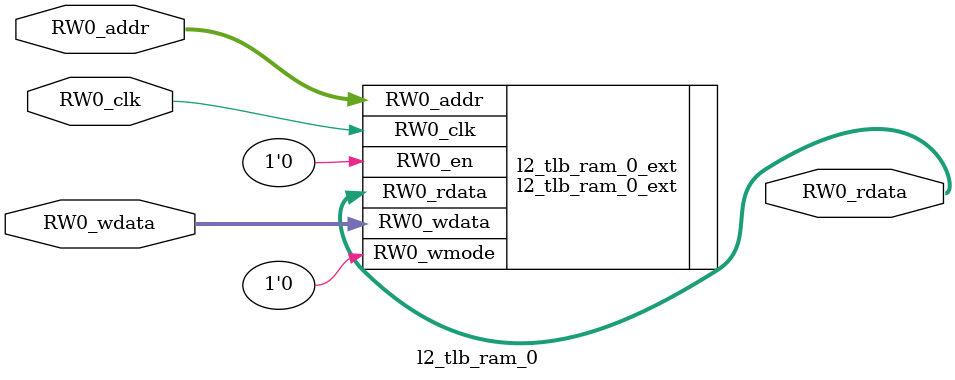
<source format=sv>
`ifndef RANDOMIZE
  `ifdef RANDOMIZE_MEM_INIT
    `define RANDOMIZE
  `endif // RANDOMIZE_MEM_INIT
`endif // not def RANDOMIZE
`ifndef RANDOMIZE
  `ifdef RANDOMIZE_REG_INIT
    `define RANDOMIZE
  `endif // RANDOMIZE_REG_INIT
`endif // not def RANDOMIZE

`ifndef RANDOM
  `define RANDOM $random
`endif // not def RANDOM

// Users can define INIT_RANDOM as general code that gets injected into the
// initializer block for modules with registers.
`ifndef INIT_RANDOM
  `define INIT_RANDOM
`endif // not def INIT_RANDOM

// If using random initialization, you can also define RANDOMIZE_DELAY to
// customize the delay used, otherwise 0.002 is used.
`ifndef RANDOMIZE_DELAY
  `define RANDOMIZE_DELAY 0.002
`endif // not def RANDOMIZE_DELAY

// Define INIT_RANDOM_PROLOG_ for use in our modules below.
`ifndef INIT_RANDOM_PROLOG_
  `ifdef RANDOMIZE
    `ifdef VERILATOR
      `define INIT_RANDOM_PROLOG_ `INIT_RANDOM
    `else  // VERILATOR
      `define INIT_RANDOM_PROLOG_ `INIT_RANDOM #`RANDOMIZE_DELAY begin end
    `endif // VERILATOR
  `else  // RANDOMIZE
    `define INIT_RANDOM_PROLOG_
  `endif // RANDOMIZE
`endif // not def INIT_RANDOM_PROLOG_

// Include register initializers in init blocks unless synthesis is set
`ifndef SYNTHESIS
  `ifndef ENABLE_INITIAL_REG_
    `define ENABLE_INITIAL_REG_
  `endif // not def ENABLE_INITIAL_REG_
`endif // not def SYNTHESIS

// Include rmemory initializers in init blocks unless synthesis is set
`ifndef SYNTHESIS
  `ifndef ENABLE_INITIAL_MEM_
    `define ENABLE_INITIAL_MEM_
  `endif // not def ENABLE_INITIAL_MEM_
`endif // not def SYNTHESIS

// Standard header to adapt well known macros for prints and assertions.

// Users can define 'PRINTF_COND' to add an extra gate to prints.
`ifndef PRINTF_COND_
  `ifdef PRINTF_COND
    `define PRINTF_COND_ (`PRINTF_COND)
  `else  // PRINTF_COND
    `define PRINTF_COND_ 1
  `endif // PRINTF_COND
`endif // not def PRINTF_COND_

// Users can define 'ASSERT_VERBOSE_COND' to add an extra gate to assert error printing.
`ifndef ASSERT_VERBOSE_COND_
  `ifdef ASSERT_VERBOSE_COND
    `define ASSERT_VERBOSE_COND_ (`ASSERT_VERBOSE_COND)
  `else  // ASSERT_VERBOSE_COND
    `define ASSERT_VERBOSE_COND_ 1
  `endif // ASSERT_VERBOSE_COND
`endif // not def ASSERT_VERBOSE_COND_

// Users can define 'STOP_COND' to add an extra gate to stop conditions.
`ifndef STOP_COND_
  `ifdef STOP_COND
    `define STOP_COND_ (`STOP_COND)
  `else  // STOP_COND
    `define STOP_COND_ 1
  `endif // STOP_COND
`endif // not def STOP_COND_

module l2_tlb_ram_0(	// @[generators/rocket-chip/src/main/scala/util/DescribedSRAM.scala:17:26]
  input  [4:0]  RW0_addr,
  input         RW0_clk,
  input  [48:0] RW0_wdata,
  output [48:0] RW0_rdata
);

  l2_tlb_ram_0_ext l2_tlb_ram_0_ext (	// @[generators/rocket-chip/src/main/scala/util/DescribedSRAM.scala:17:26]
    .RW0_addr  (RW0_addr),
    .RW0_en    (1'h0),	// @[generators/rocket-chip/src/main/scala/util/DescribedSRAM.scala:17:26]
    .RW0_clk   (RW0_clk),
    .RW0_wmode (1'h0),	// @[generators/rocket-chip/src/main/scala/util/DescribedSRAM.scala:17:26]
    .RW0_wdata (RW0_wdata),
    .RW0_rdata (RW0_rdata)
  );
endmodule


</source>
